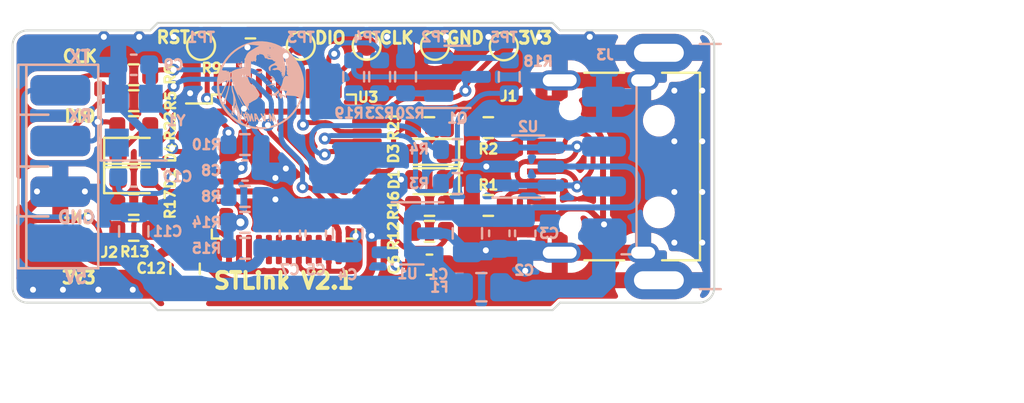
<source format=kicad_pcb>
(kicad_pcb (version 20211014) (generator pcbnew)
  (layers (0 "F.Cu" signal) (31 "B.Cu" signal) (34 "B.Paste" user) (35 "F.Paste" user) (36 "B.SilkS" user "B.Silkscreen") (37 "F.SilkS" user "F.Silkscreen") (38 "B.Mask" user) (39 "F.Mask" user) (44 "Edge.Cuts" user))
  (net 0 "")
  (net 1 "GND")
  (net 2 "+5V")
  (net 3 "+3.3V")
  (net 4 "Net-(C6-Pad1)")
  (net 5 "Net-(C8-Pad2)")
  (net 6 "Net-(C9-Pad2)")
  (net 7 "Net-(C10-Pad2)")
  (net 8 "Net-(D1-Pad1)")
  (net 9 "Net-(D2-Pad1)")
  (net 10 "Net-(D3-Pad2)")
  (net 11 "Net-(D4-Pad1)")
  (net 12 "/VBUS")
  (net 13 "Net-(J1-PadA5)")
  (net 14 "/D-")
  (net 15 "/D+")
  (net 17 "Net-(J1-PadB5)")
  (net 19 "ST_RX")
  (net 20 "ST_TX")
  (net 21 "Net-(Q1-Pad1)")
  (net 22 "Net-(Q1-Pad2)")
  (net 23 "USB_DP")
  (net 24 "USB_DM")
  (net 25 "O_SWDIO")
  (net 26 "O_SWCLK")
  (net 27 "Net-(R9-Pad2)")
  (net 28 "Net-(R10-Pad2)")
  (net 29 "Net-(R12-Pad2)")
  (net 30 "Net-(R13-Pad1)")
  (net 31 "AIN")
  (net 32 "ST_LED")
  (net 33 "USB_RENUM")
  (net 46 "I_SWDIO")
  (net 47 "I_SWCLK")
  (net 57 "Net-(J2-Pad3)")
  (net 58 "Net-(J2-Pad4)")
  (footprint "Resistor_SMD:R_0603_1608Metric" (layer "F.Cu") (at 209.15 91.35 180)
    (fp_text reference "R2")
    (fp_text value "5k6")
  )
  (footprint "TestPoint:TestPoint_Pad_D1.0mm" (layer "F.Cu") (at 199.75 87.25)
    (fp_text reference "TP3")
    (fp_text value "DIO")
  )
  (footprint "Resistor_SMD:R_0603_1608Metric" (layer "F.Cu") (at 191.375 96.5 180)
    (fp_text reference "R13")
    (fp_text value "100")
  )
  (footprint "Resistor_SMD:R_0603_1608Metric" (layer "F.Cu") (at 191.375 91.3)
    (fp_text reference "R22")
    (fp_text value "100")
  )
  (footprint "Resistor_SMD:R_0603_1608Metric" (layer "F.Cu") (at 206.2 91.35)
    (fp_text reference "R21")
    (fp_text value "100")
  )
  (footprint "Resistor_SMD:R_0603_1608Metric" (layer "F.Cu") (at 191.375 95.2 180)
    (fp_text reference "R17")
    (fp_text value "100")
  )
  (footprint "TestPoint:TestPoint_Pad_D1.0mm" (layer "F.Cu") (at 203.05 87.25)
    (fp_text reference "TP4")
    (fp_text value "CLK")
  )
  (footprint "TestPoint:TestPoint_Pad_D1.0mm" (layer "F.Cu") (at 209.925 87.275)
    (fp_text reference "TP5")
    (fp_text value "3V3")
  )
  (footprint "Resistor_SMD:R_0603_1608Metric" (layer "F.Cu") (at 206.2 95.25)
    (fp_text reference "R16")
    (fp_text value "100")
  )
  (footprint "LED_SMD:LED_0603_1608Metric" (layer "F.Cu") (at 191.375 92.6)
    (fp_text reference "D4")
    (fp_text value "Rx")
  )
  (footprint "Conn_Horizontal_2Layer:Conn_02x04_Horizontal_2Layer" (layer "F.Cu") (at 186.3425 93.3 180)
    (fp_text reference "J2")
    (fp_text value "SWD")
  )
  (footprint "LED_SMD:LED_0603_1608Metric" (layer "F.Cu") (at 191.375 93.9)
    (fp_text reference "D2")
    (fp_text value "Tx")
  )
  (footprint "Resistor_SMD:R_0603_1608Metric" (layer "F.Cu") (at 197.225 87.4)
    (fp_text reference "R9")
    (fp_text value "10k")
  )
  (footprint "TestPoint:TestPoint_Pad_D1.0mm" (layer "F.Cu") (at 206.475 87.25)
    (fp_text reference "TP2")
    (fp_text value "GND")
  )
  (footprint "Package_QFP:LQFP-48_7x7mm_P0.5mm" (layer "F.Cu") (at 198.9 93.3)
    (fp_text reference "U3")
    (fp_text value "STM32F103CBTx")
  )
  (footprint "Capacitor_SMD:C_0805_2012Metric" (layer "F.Cu") (at 193.95 98.425 90)
    (fp_text reference "C12")
    (fp_text value "10uF")
  )
  (footprint "Resistor_SMD:R_0603_1608Metric" (layer "F.Cu") (at 206.2 96.55)
    (fp_text reference "R12")
    (fp_text value "100")
  )
  (footprint "LED_SMD:LED_0603_1608Metric" (layer "F.Cu") (at 206.2 92.65 180)
    (fp_text reference "D3")
    (fp_text value "LED")
  )
  (footprint "Capacitor_SMD:C_0603_1608Metric" (layer "F.Cu") (at 206.2 98.225)
    (fp_text reference "C6")
    (fp_text value "22nF")
  )
  (footprint "Resistor_SMD:R_0603_1608Metric" (layer "F.Cu") (at 209.15 95.25 180)
    (fp_text reference "R1")
    (fp_text value "5k6")
  )
  (footprint "TestPoint:TestPoint_Pad_D1.0mm" (layer "F.Cu") (at 194.75 87.25)
    (fp_text reference "TP1")
    (fp_text value "RST")
  )
  (footprint "LED_SMD:LED_0603_1608Metric" (layer "F.Cu") (at 206.2 93.95 180)
    (fp_text reference "D1")
    (fp_text value "LED")
  )
  (footprint "Connector_USB:USB_C_Receptacle_HRO_TYPE-C-31-M-12" (layer "F.Cu") (at 215.86 93.3 90)
    (fp_text reference "J1")
    (fp_text value "USB_C_USB2.0")
  )
  (footprint "Resistor_SMD:R_0603_1608Metric" (layer "F.Cu") (at 191.375 90 180)
    (fp_text reference "R5")
    (fp_text value "100")
  )
  (footprint "Resistor_SMD:R_0603_1608Metric" (layer "F.Cu") (at 191.375 88.7 180)
    (fp_text reference "R6")
    (fp_text value "100")
  )
  (footprint "Resistor_SMD:R_0603_1608Metric" (layer "B.Cu") (at 203.7 88.8 90)
    (fp_text reference "R23")
    (fp_text value "100")
  )
  (footprint "Capacitor_SMD:C_0603_1608Metric" (layer "B.Cu") (at 191.375 93.8 180)
    (fp_text reference "C10")
    (fp_text value "22pF")
  )
  (footprint "Fuse:Fuse_0805_2012Metric" (layer "B.Cu") (at 208.8 99.35 180)
    (fp_text reference "F1")
    (fp_text value "Fuse")
  )
  (footprint "Capacitor_SMD:C_0805_2012Metric" (layer "B.Cu") (at 191.375 96.55 -90)
    (fp_text reference "C11")
    (fp_text value "10uF")
  )
  (footprint "Capacitor_SMD:C_0603_1608Metric" (layer "B.Cu") (at 196.95 93.5 180)
    (fp_text reference "C8")
    (fp_text value "100nF")
  )
  (footprint "Resistor_SMD:R_0603_1608Metric" (layer "B.Cu") (at 207.6 94.15 180)
    (fp_text reference "R3")
    (fp_text value "22")
  )
  (footprint "Capacitor_SMD:C_0805_2012Metric" (layer "B.Cu") (at 208.1 96.65 90)
    (fp_text reference "C1")
    (fp_text value "10uF")
  )
  (footprint "Package_TO_SOT_SMD:SOT-23-5" (layer "B.Cu") (at 205.1 96.65 180)
    (fp_text reference "U1")
    (fp_text value "RT9193-18GB")
  )
  (footprint "Crystal:Crystal_SMD_3225-4Pin_3.2x2.5mm" (layer "B.Cu") (at 191.375 91 90)
    (fp_text reference "Y1")
    (fp_text value "8MHz")
  )
  (footprint "Capacitor_SMD:C_0603_1608Metric" (layer "B.Cu") (at 209.7 96.65 90)
    (fp_text reference "C2")
    (fp_text value "1uF")
  )
  (footprint "Resistor_SMD:R_0603_1608Metric" (layer "B.Cu") (at 202.4 88.8 90)
    (fp_text reference "R19")
    (fp_text value "10k")
  )
  (footprint "Capacitor_SMD:C_0603_1608Metric" (layer "B.Cu") (at 211 96.65 90)
    (fp_text reference "C3")
    (fp_text value "100nF")
  )
  (footprint "Package_TO_SOT_SMD:SOT-23" (layer "B.Cu") (at 207.6 88.805)
    (fp_text reference "Q1")
    (fp_text value "S8050")
  )
  (footprint "Capacitor_SMD:C_0603_1608Metric" (layer "B.Cu") (at 191.375 88.2)
    (fp_text reference "C9")
    (fp_text value "22pF")
  )
  (footprint "USB_TypeA_Male_SMD:USB_TypeA_Male_SMD" (layer "B.Cu") (at 220.8 93.3)
    (fp_text reference "J3")
    (fp_text value "USB_A")
  )
  (footprint "Resistor_SMD:R_0603_1608Metric" (layer "B.Cu") (at 205 88.8 -90)
    (fp_text reference "R20")
    (fp_text value "39k")
  )
  (footprint "Resistor_SMD:R_0603_1608Metric" (layer "B.Cu") (at 196.95 94.8 180)
    (fp_text reference "R8")
    (fp_text value "10k")
  )
  (footprint "Resistor_SMD:R_0603_1608Metric" (layer "B.Cu") (at 196.95 97.4 180)
    (fp_text reference "R15")
    (fp_text value "4k7")
  )
  (footprint "Resistor_SMD:R_0603_1608Metric" (layer "B.Cu") (at 196.95 96.1)
    (fp_text reference "R14")
    (fp_text value "4k7")
  )
  (footprint "Package_TO_SOT_SMD:SOT-23-6" (layer "B.Cu") (at 211.15 93.3)
    (fp_text reference "U2")
    (fp_text value "USBLC6-2SC6")
  )
  (footprint "Resistor_SMD:R_0603_1608Metric" (layer "B.Cu") (at 210.2 88.805 90)
    (fp_text reference "R18")
    (fp_text value "1k5")
  )
  (footprint "Image:MVA_Bmpx10" (layer "B.Cu") (at 196.813205 88.593473 180)
    (fp_text reference " ")
    (fp_text value "LOGO" hide)
  )
  (footprint "Capacitor_SMD:C_0805_2012Metric" (layer "B.Cu") (at 202.1 96.65 90)
    (fp_text reference "C4")
    (fp_text value "10uF")
  )
  (footprint "Capacitor_SMD:C_0603_1608Metric" (layer "B.Cu") (at 199.2 96.65 90)
    (fp_text reference "C7")
    (fp_text value "100nF")
  )
  (footprint "Resistor_SMD:R_0603_1608Metric" (layer "B.Cu") (at 196.95 92.2 180)
    (fp_text reference "R10")
    (fp_text value "10k")
  )
  (footprint "Capacitor_SMD:C_0603_1608Metric" (layer "B.Cu") (at 200.5 96.65 90)
    (fp_text reference "C5")
    (fp_text value "1uF")
  )
  (footprint "Resistor_SMD:R_0603_1608Metric" (layer "B.Cu") (at 207.6 92.45 180)
    (fp_text reference "R4")
    (fp_text value "22")
  )
  (gr_line (start 192.575 100.5) (end 212.375 100.5) (layer "Edge.Cuts") (width 0.1))
  (gr_line (start 186.05 100.125) (end 192.2 100.125) (layer "Edge.Cuts") (width 0.1))
  (gr_arc (start 220.475 99.375) (mid 220.25533 99.90533) (end 219.725 100.125) (layer "Edge.Cuts") (width 0.1))
  (gr_line (start 219.725 86.475) (end 212.75 86.475) (layer "Edge.Cuts") (width 0.1))
  (gr_arc (start 185.3 87.225) (mid 185.51967 86.69467) (end 186.05 86.475) (layer "Edge.Cuts") (width 0.1))
  (gr_arc (start 219.725 86.475) (mid 220.25533 86.69467) (end 220.475 87.225) (layer "Edge.Cuts") (width 0.1))
  (gr_line (start 192.575 86.1) (end 192.2 86.475) (layer "Edge.Cuts") (width 0.1))
  (gr_line (start 186.05 86.475) (end 192.2 86.475) (layer "Edge.Cuts") (width 0.1))
  (gr_arc (start 186.05 100.125) (mid 185.51967 99.90533) (end 185.3 99.375) (layer "Edge.Cuts") (width 0.1))
  (gr_line (start 219.725 100.125) (end 212.75 100.125) (layer "Edge.Cuts") (width 0.1))
  (gr_line (start 185.3 87.225) (end 185.3 99.375) (layer "Edge.Cuts") (width 0.1))
  (gr_line (start 192.2 100.125) (end 192.575 100.5) (layer "Edge.Cuts") (width 0.1))
  (gr_line (start 220.475 87.225) (end 220.475 99.375) (layer "Edge.Cuts") (width 0.1))
  (gr_line (start 192.575 86.1) (end 212.375 86.1) (layer "Edge.Cuts") (width 0.1))
  (gr_line (start 212.75 100.125) (end 212.375 100.5) (layer "Edge.Cuts") (width 0.1))
  (gr_line (start 212.75 86.475) (end 212.375 86.1) (layer "Edge.Cuts") (width 0.1))
  (gr_text "5V" (at 188.475 98.85) (layer "B.SilkS") (effects (font (size 0.6 0.6)) (justify mirror)))
  (gr_text "TX" (at 188.675 87.8) (layer "B.SilkS") (effects (font (size 0.6 0.6)) (justify mirror)))
  (gr_text "GND" (at 188.5 95.85) (layer "B.SilkS") (effects (font (size 0.6 0.6)) (justify mirror)))
  (gr_text "RX" (at 188.675 90.775) (layer "B.SilkS") (effects (font (size 0.6 0.6)) (justify mirror)))
  (gr_text "CLK" (at 188.675 87.775) (layer "F.SilkS") (effects (font (size 0.6 0.6))))
  (gr_text "STLink V2.1" (at 198.9 99.025) (layer "F.SilkS") (effects (font (size 0.8 0.8) (thickness 0.2))))
  (gr_text "3V3" (at 188.625 98.875) (layer "F.SilkS") (effects (font (size 0.6 0.6))))
  (gr_text "RST" (at 193.35 86.825) (layer "F.SilkS") (effects (font (size 0.6 0.6))))
  (gr_text "GND" (at 208 86.85) (layer "F.SilkS") (effects (font (size 0.6 0.6))))
  (gr_text "DIO" (at 201.225 86.85) (layer "F.SilkS") (effects (font (size 0.6 0.6))))
  (gr_text "CLK" (at 204.55 86.85) (layer "F.SilkS") (effects (font (size 0.6 0.6))))
  (gr_text "GND" (at 188.5 95.85) (layer "F.SilkS") (effects (font (size 0.6 0.6))))
  (gr_text "DIO" (at 188.675 90.775) (layer "F.SilkS") (effects (font (size 0.6 0.6))))
  (gr_text "3V3" (at 211.5 86.85) (layer "F.SilkS") (effects (font (size 0.6 0.6))))
  (segment (start 201.1 98.55) (end 202.15 98.55) (width 0.25) (layer "F.Cu") (net 1))
  (segment (start 201.15 97.4625) (end 201.15 98.5) (width 0.25) (layer "F.Cu") (net 1))
  (segment (start 196.65 89.1375) (end 196.65 87.575) (width 0.25) (layer "F.Cu") (net 1))
  (segment (start 197.075 87.325) (end 196.435355 87.325) (width 0.5) (layer "F.Cu") (net 1))
  (segment (start 200.075 98.55) (end 201.1 98.55) (width 0.25) (layer "F.Cu") (net 1))
  (segment (start 196.472248 87.327752) (end 196.4 87.4) (width 0.25) (layer "F.Cu") (net 1))
  (segment (start 194.7375 94.05) (end 198.052513 94.05) (width 0.25) (layer "F.Cu") (net 1))
  (segment (start 196.500979 87.327752) (end 196.472248 87.327752) (width 0.25) (layer "F.Cu") (net 1))
  (segment (start 205.162132 90.4) (end 207.375 90.4) (width 0.25) (layer "F.Cu") (net 1))
  (segment (start 202.5 98.2) (end 202.5 96.775) (width 0.25) (layer "F.Cu") (net 1))
  (segment (start 196.4 87.344639) (end 196.4 87.4) (width 0.5) (layer "F.Cu") (net 1))
  (segment (start 199.65 97.4625) (end 199.65 98.125) (width 0.25) (layer "F.Cu") (net 1))
  (segment (start 186.94 94.56) (end 185.7425 95.7575) (width 0.5) (layer "F.Cu") (net 1))
  (segment (start 204.5 90.85) (end 204.8 90.55) (width 0.25) (layer "F.Cu") (net 1))
  (segment (start 196.418064 87.326575) (end 196.4 87.344639) (width 0.5) (layer "F.Cu") (net 1))
  (segment (start 203.0625 91.05) (end 204.017158 91.05) (width 0.25) (layer "F.Cu") (net 1))
  (segment (start 187.6925 94.56) (end 186.94 94.56) (width 0.5) (layer "F.Cu") (net 1))
  (segment (start 196.65 89.1375) (end 196.65 89.796447) (width 0.25) (layer "F.Cu") (net 1))
  (segment (start 185.7425 95.7575) (end 185.7425 98.8925) (width 0.5) (layer "F.Cu") (net 1))
  (via (at 194.2 89.625) (size 0.6) (drill 0.3) (layers "F.Cu" "B.Cu") (net 1))
  (via (at 189.875 86.8) (size 0.6) (drill 0.3) (layers "F.Cu" "B.Cu") (net 1))
  (via (at 191.65 86.8) (size 0.6) (drill 0.3) (layers "F.Cu" "B.Cu") (net 1))
  (via (at 211.695 86.8) (size 0.6) (drill 0.3) (layers "F.Cu" "B.Cu") (net 1))
  (via (at 207.025 86.8) (size 0.6) (drill 0.3) (layers "F.Cu" "B.Cu") (net 1))
  (via (at 186.525 94.55) (size 0.6) (drill 0.3) (layers "F.Cu" "B.Cu") (net 1))
  (via (at 188.925 94.55) (size 0.6) (drill 0.3) (layers "F.Cu" "B.Cu") (net 1))
  (via (at 218.475 89.495) (size 0.6) (drill 0.3) (layers "F.Cu" "B.Cu") (net 1))
  (via (at 211 98.525) (size 0.6) (drill 0.3) (layers "F.Cu" "B.Cu") (net 1))
  (via (at 187.825 99.475) (size 0.6) (drill 0.3) (layers "F.Cu" "B.Cu") (net 1))
  (via (at 197.075 87.325) (size 0.6) (drill 0.3) (layers "F.Cu" "B.Cu") (net 1))
  (via (at 209.025 97.5) (size 0.6) (drill 0.3) (layers "F.Cu" "B.Cu") (net 1))
  (via (at 191.325 99.475) (size 0.6) (drill 0.3) (layers "F.Cu" "B.Cu") (net 1))
  (via (at 209.05 93.3) (size 0.6) (drill 0.3) (layers "F.Cu" "B.Cu") (net 1))
  (via (at 218.475 94.575) (size 0.6) (drill 0.3) (layers "F.Cu" "B.Cu") (net 1))
  (via (at 193.375 86.8) (size 0.6) (drill 0.3) (layers "F.Cu" "B.Cu") (net 1))
  (via (at 219.875 97.115) (size 0.6) (drill 0.3) (layers "F.Cu" "B.Cu") (net 1))
  (via (at 202.5 96.775) (size 0.6) (drill 0.3) (layers "F.Cu" "B.Cu") (net 1))
  (via (at 196.9 90.4) (size 0.6) (drill 0.3) (layers "F.Cu" "B.Cu") (net 1))
  (via (at 218.475 92.035) (size 0.6) (drill 0.3) (layers "F.Cu" "B.Cu") (net 1))
  (via (at 186.325 99.475) (size 0.6) (drill 0.3) (layers "F.Cu" "B.Cu") (net 1))
  (via (at 218.475 97.115) (size 0.6) (drill 0.3) (layers "F.Cu" "B.Cu") (net 1))
  (via (at 214.235 86.8) (size 0.6) (drill 0.3) (layers "F.Cu" "B.Cu") (net 1))
  (via (at 199 93.4) (size 0.6) (drill 0.3) (layers "F.Cu" "B.Cu") (net 1))
  (via (at 209.155 86.8) (size 0.6) (drill 0.3) (layers "F.Cu" "B.Cu") (net 1))
  (via (at 189.6 99.475) (size 0.6) (drill 0.3) (layers "F.Cu" "B.Cu") (net 1))
  (via (at 219.875 92.035) (size 0.6) (drill 0.3) (layers "F.Cu" "B.Cu") (net 1))
  (via (at 204.075 86.8) (size 0.6) (drill 0.3) (layers "F.Cu" "B.Cu") (net 1))
  (via (at 198.475 93.875) (size 0.6) (drill 0.3) (layers "F.Cu" "B.Cu") (net 1))
  (via (at 219.875 94.575) (size 0.6) (drill 0.3) (layers "F.Cu" "B.Cu") (net 1))
  (via (at 219.875 89.495) (size 0.6) (drill 0.3) (layers "F.Cu" "B.Cu") (net 1))
  (arc (start 196.65 89.796447) (mid 196.714973 90.123087) (end 196.9 90.4) (width 0.25) (layer "F.Cu") (net 1))
  (arc (start 202.15 98.55) (mid 202.397487 98.447487) (end 202.5 98.2) (width 0.25) (layer "F.Cu") (net 1))
  (arc (start 196.435355 87.325) (mid 196.42699 87.324585) (end 196.418064 87.326575) (width 0.5) (layer "F.Cu") (net 1))
  (arc (start 185.7425 98.8925) (mid 185.91311 99.30439) (end 186.325 99.475) (width 0.5) (layer "F.Cu") (net 1))
  (arc (start 204.017158 91.05) (mid 204.27847 90.998021) (end 204.5 90.85) (width 0.25) (layer "F.Cu") (net 1))
  (arc (start 196.65 87.575) (mid 196.609476 87.431313) (end 196.500979 87.327752) (width 0.25) (layer "F.Cu") (net 1))
  (arc (start 204.8 90.55) (mid 204.966147 90.438984) (end 205.162132 90.4) (width 0.25) (layer "F.Cu") (net 1))
  (arc (start 207.375 90.4) (mid 208.046751 90.678249) (end 208.325 91.35) (width 0.25) (layer "F.Cu") (net 1))
  (arc (start 201.1 98.55) (mid 201.135355 98.535355) (end 201.15 98.5) (width 0.25) (layer "F.Cu") (net 1))
  (arc (start 198.052513 94.05) (mid 198.281161 94.004519) (end 198.475 93.875) (width 0.25) (layer "F.Cu") (net 1))
  (arc (start 199.65 98.125) (mid 199.77448 98.42552) (end 200.075 98.55) (width 0.25) (layer "F.Cu") (net 1))
  (segment (start 194.075 93.775) (end 194.075 94.025) (width 0.5) (layer "B.Cu") (net 1))
  (segment (start 192.5 95.6) (end 191.375 95.6) (width 0.5) (layer "B.Cu") (net 1))
  (segment (start 190.701777 90.326776) (end 191.425 91.05) (width 0.4) (layer "B.Cu") (net 1))
  (segment (start 192.25 93.125) (end 193.425 93.125) (width 0.5) (layer "B.Cu") (net 1))
  (segment (start 192.225 93.1) (end 192.25 93.125) (width 0.5) (layer "B.Cu") (net 1))
  (segment (start 192.225 92.1) (end 192.225 93.1) (width 0.5) (layer "B.Cu") (net 1))
  (segment (start 210.0125 93.3) (end 209.05 93.3) (width 0.5) (layer "B.Cu") (net 1))
  (segment (start 197.725 93.5) (end 197.725 92.32071) (width 0.5) (layer "B.Cu") (net 1))
  (segment (start 206.2375 96.65) (end 206.882075 96.65) (width 0.5) (layer "B.Cu") (net 1))
  (segment (start 189.95 95.225) (end 189.7125 94.9875) (width 0.5) (layer "B.Cu") (net 1))
  (segment (start 202.5 97.382296) (end 202.25394 97.628356) (width 0.25) (layer "B.Cu") (net 1))
  (segment (start 196.9 90.4) (end 197.118413 90.618413) (width 0.25) (layer "B.Cu") (net 1))
  (segment (start 192.225 93.1) (end 192.225 93.618934) (width 0.5) (layer "B.Cu") (net 1))
  (segment (start 190.6 89.718934) (end 190.6 88.2) (width 0.5) (layer "B.Cu") (net 1))
  (segment (start 199.2 97.425) (end 200.5 97.425) (width 0.5) (layer "B.Cu") (net 1))
  (segment (start 211 97.425) (end 209.7 97.425) (width 0.5) (layer "B.Cu") (net 1))
  (segment (start 209.7 97.425) (end 208.522487 97.425) (width 0.5) (layer "B.Cu") (net 1))
  (segment (start 197.527513 91.602512) (end 197.525 91.6) (width 0.25) (layer "B.Cu") (net 1))
  (segment (start 197.775 97.4) (end 199.139645 97.4) (width 0.5) (layer "B.Cu") (net 1))
  (segment (start 207.339451 96.839451) (end 208.1 97.6) (width 0.5) (layer "B.Cu") (net 1))
  (segment (start 188.680424 94.56) (end 187.6925 94.56) (width 0.5) (layer "B.Cu") (net 1))
  (segment (start 197.775 97.4) (end 197.775 97.45) (width 0.5) (layer "B.Cu") (net 1))
  (segment (start 196.85 98.375) (end 195.398007 98.375) (width 0.5) (layer "B.Cu") (net 1))
  (segment (start 191.425 91.05) (end 192.048223 91.673223) (width 0.4) (layer "B.Cu") (net 1))
  (segment (start 194.4625 97.9875) (end 192.075 95.6) (width 0.5) (layer "B.Cu") (net 1))
  (segment (start 192.075 95.6) (end 191.375 95.6) (width 0.5) (layer "B.Cu") (net 1))
  (segment (start 197.725 93.5) (end 197.834835 93.609835) (width 0.5) (layer "B.Cu") (net 1))
  (segment (start 202.5 96.775) (end 202.5 97.382296) (width 0.25) (layer "B.Cu") (net 1))
  (segment (start 200.5 97.425) (end 201.677513 97.425) (width 0.5) (layer "B.Cu") (net 1))
  (segment (start 190.85533 95.6) (end 191.375 95.6) (width 0.5) (layer "B.Cu") (net 1))
  (arc (start 192.048223 91.673223) (mid 192.179057 91.86903) (end 192.225 92.1) (width 0.4) (layer "B.Cu") (net 1))
  (arc (start 194.075 94.025) (mid 193.613693 95.138693) (end 192.5 95.6) (width 0.5) (layer "B.Cu") (net 1))
  (arc (start 208.522487 97.425) (mid 208.293839 97.470481) (end 208.1 97.6) (width 0.5) (layer "B.Cu") (net 1))
  (arc (start 199.139645 97.4) (mid 199.172308 97.406498) (end 199.2 97.425) (width 0.5) (layer "B.Cu") (net 1))
  (arc (start 201.677513 97.425) (mid 201.906161 97.470481) (end 202.1 97.6) (width 0.5) (layer "B.Cu") (net 1))
  (arc (start 197.834835 93.609835) (mid 198.128546 93.806085) (end 198.475 93.875) (width 0.5) (layer "B.Cu") (net 1))
  (arc (start 190.525 89.9) (mid 190.570943 90.13097) (end 190.701777 90.326776) (width 0.4) (layer "B.Cu") (net 1))
  (arc (start 195.398007 98.375) (mid 194.891714 98.274292) (end 194.4625 97.9875) (width 0.5) (layer "B.Cu") (net 1))
  (arc (start 202.25394 97.628356) (mid 202.178036 97.607686) (end 202.1 97.6) (width 0.25) (layer "B.Cu") (net 1))
  (arc (start 197.775 92.2) (mid 197.71068 91.876642) (end 197.527513 91.602512) (width 0.25) (layer "B.Cu") (net 1))
  (arc (start 189.95 95.225) (mid 190.365369 95.502541) (end 190.85533 95.6) (width 0.5) (layer "B.Cu") (net 1))
  (arc (start 193.425 93.125) (mid 193.884619 93.315381) (end 194.075 93.775) (width 0.5) (layer "B.Cu") (net 1))
  (arc (start 197.775 97.45) (mid 197.504074 98.104074) (end 196.85 98.375) (width 0.5) (layer "B.Cu") (net 1))
  (arc (start 190.525 89.9) (mid 190.580509 89.816926) (end 190.6 89.718934) (width 0.5) (layer "B.Cu") (net 1))
  (arc (start 189.7125 94.9875) (mid 189.23898 94.671103) (end 188.680424 94.56) (width 0.5) (layer "B.Cu") (net 1))
  (arc (start 197.725 92.32071) (mid 197.737994 92.255382) (end 197.775 92.2) (width 0.5) (layer "B.Cu") (net 1))
  (arc (start 192.225 93.618934) (mid 192.205508 93.716926) (end 192.15 93.8) (width 0.5) (layer "B.Cu") (net 1))
  (arc (start 197.525 91.6) (mid 197.413983 91.433853) (end 197.375 91.237868) (width 0.25) (layer "B.Cu") (net 1))
  (arc (start 206.882075 96.65) (mid 207.129605 96.699237) (end 207.339451 96.839451) (width 0.5) (layer "B.Cu") (net 1))
  (arc (start 197.118413 90.618413) (mid 197.308315 90.902621) (end 197.375 91.237868) (width 0.25) (layer "B.Cu") (net 1))
  (segment (start 205.625 99.35) (end 193.224997 99.35) (width 0.5) (layer "B.Cu") (net 2))
  (segment (start 205.4 95.7) (end 206.2375 95.7) (width 0.4) (layer "B.Cu") (net 2))
  (segment (start 205.1 97.25) (end 205.1 96) (width 0.4) (layer "B.Cu") (net 2))
  (segment (start 206.825 99.35) (end 206.225 99.35) (width 0.5) (layer "B.Cu") (net 2))
  (segment (start 209.7 95.875) (end 211 95.875) (width 0.5) (layer "B.Cu") (net 2))
  (segment (start 209.7 95.875) (end 208.522487 95.875) (width 0.5) (layer "B.Cu") (net 2))
  (segment (start 206.225 99.35) (end 205.625 99.35) (width 0.5) (layer "B.Cu") (net 2))
  (segment (start 207.8625 99.35) (end 206.825 99.35) (width 0.5) (layer "B.Cu") (net 2))
  (segment (start 206.2375 97.6) (end 206.2375 98.7125) (width 0.5) (layer "B.Cu") (net 2))
  (segment (start 212.2875 93.3) (end 215.95 93.3) (width 0.3) (layer "B.Cu") (net 2))
  (segment (start 216.65 94.5) (end 216.65 94.8) (width 0.3) (layer "B.Cu") (net 2))
  (segment (start 206.2375 97.6) (end 205.45 97.6) (width 0.4) (layer "B.Cu") (net 2))
  (segment (start 216.1 95.35) (end 211.525 95.35) (width 0.3) (layer "B.Cu") (net 2))
  (segment (start 216.65 94) (end 216.65 94.5) (width 0.3) (layer "B.Cu") (net 2))
  (segment (start 206.2375 98.7125) (end 206.2375 99.319823) (width 0.5) (layer "B.Cu") (net 2))
  (segment (start 191.375 97.5) (end 188.658185 97.5) (width 0.5) (layer "B.Cu") (net 2))
  (segment (start 206.2375 98.7125) (end 206.2375 98.7625) (width 0.5) (layer "B.Cu") (net 2))
  (segment (start 206.2375 98.7125) (end 206.2375 98.7375) (width 0.5) (layer "B.Cu") (net 2))
  (segment (start 206.2375 95.7) (end 208.1 95.7) (width 0.5) (layer "B.Cu") (net 2))
  (arc (start 206.2375 98.7625) (mid 206.409575 99.177925) (end 206.825 99.35) (width 0.5) (layer "B.Cu") (net 2))
  (arc (start 216.65 94.8) (mid 216.488909 95.188909) (end 216.1 95.35) (width 0.3) (layer "B.Cu") (net 2))
  (arc (start 208.522487 95.875) (mid 208.293839 95.829519) (end 208.1 95.7) (width 0.5) (layer "B.Cu") (net 2))
  (arc (start 188.658185 97.5) (mid 188.13556 97.396043) (end 187.6925 97.1) (width 0.5) (layer "B.Cu") (net 2))
  (arc (start 211.525 95.35) (mid 211.153769 95.503769) (end 211 95.875) (width 0.3) (layer "B.Cu") (net 2))
  (arc (start 206.2375 99.319823) (mid 206.234251 99.336155) (end 206.225 99.35) (width 0.5) (layer "B.Cu") (net 2))
  (arc (start 193.224997 99.35) (mid 191.916852 98.808148) (end 191.375 97.5) (width 0.5) (layer "B.Cu") (net 2))
  (arc (start 205.45 97.6) (mid 205.202513 97.497487) (end 205.1 97.25) (width 0.4) (layer "B.Cu") (net 2))
  (arc (start 205.1 96) (mid 205.187868 95.787868) (end 205.4 95.7) (width 0.4) (layer "B.Cu") (net 2))
  (arc (start 206.2375 98.7375) (mid 206.058103 99.170603) (end 205.625 99.35) (width 0.5) (layer "B.Cu") (net 2))
  (arc (start 215.95 93.3) (mid 216.444975 93.505025) (end 216.65 94) (width 0.3) (layer "B.Cu") (net 2))
  (segment (start 193.313908 97.475) (end 193.95 97.475) (width 0.5) (layer "F.Cu") (net 3))
  (segment (start 205.4125 93.95) (end 204.7745 93.95) (width 0.25) (layer "F.Cu") (net 3))
  (segment (start 192.60625 94.34375) (end 192.1625 93.9) (width 0.25) (layer "F.Cu") (net 3))
  (segment (start 198.410875 94.885876) (end 198.475 94.95) (width 0.3) (layer "F.Cu") (net 3))
  (segment (start 191.986092 98.025) (end 189.721231 98.025) (width 0.5) (layer "F.Cu") (net 3))
  (segment (start 195.5875 98.7125) (end 194.35 97.475) (width 0.5) (layer "F.Cu") (net 3))
  (segment (start 203.0625 90.55) (end 203.958579 90.55) (width 0.25) (layer "F.Cu") (net 3))
  (segment (start 204.2 90.45) (end 204.502512 90.147488) (width 0.25) (layer "F.Cu") (net 3))
  (segment (start 203.3 96.775) (end 203.3 98.125) (width 0.5) (layer "F.Cu") (net 3))
  (segment (start 196.15 89.1375) (end 196.15 90.342158) (width 0.3) (layer "F.Cu") (net 3))
  (segment (start 205.1 89.9) (end 207.034315 89.9) (width 0.25) (layer "F.Cu") (net 3))
  (segment (start 201.509315 96.284314) (end 201.425 96.2) (width 0.3) (layer "F.Cu") (net 3))
  (segment (start 188.425 97.1) (end 187.6925 97.1) (width 0.5) (layer "F.Cu") (net 3))
  (segment (start 198.053553 90.55) (end 203.0625 90.55) (width 0.3) (layer "F.Cu") (net 3))
  (segment (start 192.1625 92.6) (end 192.1625 93.9) (width 0.5) (layer "F.Cu") (net 3))
  (segment (start 194.7375 90.55) (end 195.686092 90.55) (width 0.3) (layer "F.Cu") (net 3))
  (segment (start 201.425 96.2) (end 201.2625 96.0375) (width 0.3) (layer "F.Cu") (net 3))
  (segment (start 198.475 94.95) (end 199.162868 95.637868) (width 0.3) (layer "F.Cu") (net 3))
  (segment (start 194.7375 94.55) (end 197.6 94.55) (width 0.3) (layer "F.Cu") (net 3))
  (segment (start 209.925 87.275) (end 208.212133 88.987867) (width 0.25) (layer "F.Cu") (net 3))
  (segment (start 193.13125 91.63125) (end 192.1625 92.6) (width 0.25) (layer "F.Cu") (net 3))
  (segment (start 189.0875 97.7625) (end 188.425 97.1) (width 0.5) (layer "F.Cu") (net 3))
  (segment (start 193.3 91.223852) (end 193.3 91) (width 0.25) (layer "F.Cu") (net 3))
  (segment (start 194.35 97.475) (end 193.95 97.475) (width 0.5) (layer "F.Cu") (net 3))
  (segment (start 196.35 90.825) (end 196.430545 90.905545) (width 0.3) (layer "F.Cu") (net 3))
  (segment (start 197.326776 90.923223) (end 197.45 90.8) (width 0.3) (layer "F.Cu") (net 3))
  (segment (start 195.65 90.55) (end 194.7375 90.55) (width 0.3) (layer "F.Cu") (net 3))
  (segment (start 199.675 95.85) (end 200.809835 95.85) (width 0.3) (layer "F.Cu") (net 3))
  (segment (start 194.7375 94.55) (end 193.104181 94.55) (width 0.25) (layer "F.Cu") (net 3))
  (segment (start 201.65 97.4625) (end 201.65 96.623959) (width 0.3) (layer "F.Cu") (net 3))
  (segment (start 194.7375 90.55) (end 193.75 90.55) (width 0.25) (layer "F.Cu") (net 3))
  (segment (start 196.15 89.1375) (end 196.15 90.05) (width 0.3) (layer "F.Cu") (net 3))
  (segment (start 202.275 99.15) (end 196.643718 99.15) (width 0.5) (layer "F.Cu") (net 3))
  (via (at 204.7745 93.95) (size 0.6) (drill 0.3) (layers "F.Cu" "B.Cu") (net 3))
  (via (at 203.3 96.775) (size 0.6) (drill 0.3) (layers "F.Cu" "B.Cu") (net 3))
  (via (at 208 89.5) (size 0.6) (drill 0.3) (layers "F.Cu" "B.Cu") (net 3))
  (via (at 198.475 94.95) (size 0.6) (drill 0.3) (layers "F.Cu" "B.Cu") (net 3))
  (arc (start 189.721231 98.025) (mid 189.378258 97.956778) (end 189.0875 97.7625) (width 0.5) (layer "F.Cu") (net 3))
  (arc (start 196.430545 90.905545) (mid 196.645933 91.049463) (end 196.9 91.1) (width 0.3) (layer "F.Cu") (net 3))
  (arc (start 192.65 97.75) (mid 192.345396 97.95353) (end 191.986092 98.025) (width 0.5) (layer "F.Cu") (net 3))
  (arc (start 193.3 91) (mid 193.431802 90.681802) (end 193.75 90.55) (width 0.25) (layer "F.Cu") (net 3))
  (arc (start 201.65 96.623959) (mid 201.613437 96.440145) (end 201.509315 96.284314) (width 0.3) (layer "F.Cu") (net 3))
  (arc (start 196.15 90.05) (mid 196.003553 90.403553) (end 195.65 90.55) (width 0.3) (layer "F.Cu") (net 3))
  (arc (start 196.643718 99.15) (mid 196.072097 99.036297) (end 195.5875 98.7125) (width 0.5) (layer "F.Cu") (net 3))
  (arc (start 207.034315 89.9) (mid 207.55694 89.796043) (end 208 89.5) (width 0.25) (layer "F.Cu") (net 3))
  (arc (start 197.6 94.55) (mid 198.038843 94.637291) (end 198.410875 94.885876) (width 0.3) (layer "F.Cu") (net 3))
  (arc (start 193.3 91.223852) (mid 193.256143 91.444334) (end 193.13125 91.63125) (width 0.25) (layer "F.Cu") (net 3))
  (arc (start 208.212133 88.987867) (mid 208.055132 89.222835) (end 208 89.5) (width 0.25) (layer "F.Cu") (net 3))
  (arc (start 200.809835 95.85) (mid 201.054815 95.89873) (end 201.2625 96.0375) (width 0.3) (layer "F.Cu") (net 3))
  (arc (start 192.65 97.75) (mid 192.954603 97.54647) (end 193.313908 97.475) (width 0.5) (layer "F.Cu") (net 3))
  (arc (start 203.958579 90.55) (mid 204.089235 90.52401) (end 204.2 90.45) (width 0.25) (layer "F.Cu") (net 3))
  (arc (start 195.686092 90.55) (mid 196.045396 90.62147) (end 196.35 90.825) (width 0.3) (layer "F.Cu") (net 3))
  (arc (start 204.502512 90.147488) (mid 204.776641 89.96432) (end 205.1 89.9) (width 0.25) (layer "F.Cu") (net 3))
  (arc (start 193.104181 94.55) (mid 192.834703 94.496397) (end 192.60625 94.34375) (width 0.25) (layer "F.Cu") (net 3))
  (arc (start 196.9 91.1) (mid 197.13097 91.054057) (end 197.326776 90.923223) (width 0.3) (layer "F.Cu") (net 3))
  (arc (start 203.3 98.125) (mid 202.999784 98.849784) (end 202.275 99.15) (width 0.5) (layer "F.Cu") (net 3))
  (arc (start 199.162868 95.637868) (mid 199.397836 95.794868) (end 199.675 95.85) (width 0.3) (layer "F.Cu") (net 3))
  (arc (start 196.15 90.342158) (mid 196.201979 90.60347) (end 196.35 90.825) (width 0.3) (layer "F.Cu") (net 3))
  (arc (start 197.45 90.8) (mid 197.726912 90.614973) (end 198.053553 90.55) (width 0.3) (layer "F.Cu") (net 3))
  (segment (start 203.3 96.775) (end 203.299129 96.774129) (width 0.5) (layer "B.Cu") (net 3))
  (segment (start 197.775 94.8) (end 197.775 96.1) (width 0.5) (layer "B.Cu") (net 3))
  (segment (start 208 89.5) (end 208 89.075251) (width 0.25) (layer "B.Cu") (net 3))
  (segment (start 197.775 94.8) (end 198.325 94.8) (width 0.4) (layer "B.Cu") (net 3))
  (segment (start 202.4 88.45) (end 202.4 87.975) (width 0.25) (layer "B.Cu") (net 3))
  (segment (start 203.299129 96.774129) (end 203.299129 95.828295) (width 0.5) (layer "B.Cu") (net 3))
  (segment (start 203.9625 95.7) (end 202.1 95.7) (width 0.5) (layer "B.Cu") (net 3))
  (segment (start 208.5375 88.805) (end 202.755 88.805) (width 0.25) (layer "B.Cu") (net 3))
  (segment (start 200.5 95.875) (end 201.677513 95.875) (width 0.5) (layer "B.Cu") (net 3))
  (segment (start 204.7745 93.95) (end 204.417285 93.95) (width 0.4) (layer "B.Cu") (net 3))
  (segment (start 203.452603 95.7) (end 203.9625 95.7) (width 0.5) (layer "B.Cu") (net 3))
  (segment (start 208.5375 88.805) (end 208.270251 88.805) (width 0.25) (layer "B.Cu") (net 3))
  (segment (start 203.9625 95.7) (end 203.9625 94.404785) (width 0.4) (layer "B.Cu") (net 3))
  (segment (start 199.2 95.875) (end 198.318198 95.875) (width 0.5) (layer "B.Cu") (net 3))
  (segment (start 199.2 95.875) (end 200.5 95.875) (width 0.5) (layer "B.Cu") (net 3))
  (arc (start 203.299129 95.828295) (mid 203.353494 95.736562) (end 203.452603 95.7) (width 0.5) (layer "B.Cu") (net 3))
  (arc (start 208 89.075251) (mid 208.079155 88.884155) (end 208.270251 88.805) (width 0.25) (layer "B.Cu") (net 3))
  (arc (start 198.318198 95.875) (mid 198.024222 95.933476) (end 197.775 96.1) (width 0.5) (layer "B.Cu") (net 3))
  (arc (start 203.9625 94.404785) (mid 204.095703 94.083203) (end 204.417285 93.95) (width 0.4) (layer "B.Cu") (net 3))
  (arc (start 202.755 88.805) (mid 202.503977 88.701023) (end 202.4 88.45) (width 0.25) (layer "B.Cu") (net 3))
  (arc (start 201.677513 95.875) (mid 201.906161 95.829519) (end 202.1 95.7) (width 0.5) (layer "B.Cu") (net 3))
  (arc (start 198.325 94.8) (mid 198.431066 94.843934) (end 198.475 94.95) (width 0.4) (layer "B.Cu") (net 3))
  (segment (start 204.55 98.225) (end 205.425 98.225) (width 0.3) (layer "F.Cu") (net 4))
  (via (at 204.55 98.225) (size 0.6) (drill 0.3) (layers "F.Cu" "B.Cu") (net 4))
  (segment (start 203.9625 97.6) (end 203.9625 97.6375) (width 0.3) (layer "B.Cu") (net 4))
  (segment (start 203.9625 97.6375) (end 204.55 98.225) (width 0.3) (layer "B.Cu") (net 4))
  (segment (start 196.715145 93.55) (end 194.7375 93.55) (width 0.25) (layer "F.Cu") (net 5))
  (segment (start 196.775 93.507571) (end 196.732197 93.550374) (width 0.25) (layer "F.Cu") (net 5))
  (segment (start 196.775 93.375) (end 196.775 93.507571) (width 0.25) (layer "F.Cu") (net 5))
  (segment (start 195.057626 89.892374) (end 195.05 89.9) (width 0.25) (layer "F.Cu") (net 5))
  (segment (start 195.057626 87.992674) (end 195.057626 89.892374) (width 0.25) (layer "F.Cu") (net 5))
  (via (at 196.775 93.375) (size 0.6) (drill 0.3) (layers "F.Cu" "B.Cu") (net 5))
  (via (at 195.05 89.9) (size 0.6) (drill 0.3) (layers "F.Cu" "B.Cu") (net 5))
  (arc (start 194.75 87.25) (mid 194.977677 87.590742) (end 195.057626 87.992674) (width 0.25) (layer "F.Cu") (net 5))
  (arc (start 196.732197 93.550374) (mid 196.72351 93.549585) (end 196.715145 93.55) (width 0.25) (layer "F.Cu") (net 5))
  (segment (start 195.835959 90.239041) (end 196.719641 91.122724) (width 0.25) (layer "B.Cu") (net 5))
  (segment (start 196.125 94.8) (end 196.125 93.62071) (width 0.5) (layer "B.Cu") (net 5))
  (segment (start 196.95 91.774264) (end 196.95 93.2) (width 0.25) (layer "B.Cu") (net 5))
  (segment (start 196.95 93.2) (end 196.775 93.375) (width 0.25) (layer "B.Cu") (net 5))
  (segment (start 195.835959 90.239041) (end 195.812937 90.216019) (width 0.25) (layer "B.Cu") (net 5))
  (segment (start 196.175 93.5) (end 196.473224 93.5) (width 0.5) (layer "B.Cu") (net 5))
  (arc (start 196.719641 91.122724) (mid 196.890117 91.429205) (end 196.95 91.774264) (width 0.25) (layer "B.Cu") (net 5))
  (arc (start 196.125 93.62071) (mid 196.137994 93.555382) (end 196.175 93.5) (width 0.5) (layer "B.Cu") (net 5))
  (arc (start 196.473224 93.5) (mid 196.636544 93.467513) (end 196.775 93.375) (width 0.5) (layer "B.Cu") (net 5))
  (arc (start 195.812937 90.216019) (mid 195.462899 89.98213) (end 195.05 89.9) (width 0.25) (layer "B.Cu") (net 5))
  (segment (start 194.7375 92.55) (end 193.475 92.55) (width 0.25) (layer "F.Cu") (net 6))
  (via (at 193.3 92.375) (size 0.6) (drill 0.3) (layers "F.Cu" "B.Cu") (net 6))
  (arc (start 193.475 92.55) (mid 193.351256 92.498744) (end 193.3 92.375) (width 0.25) (layer "F.Cu") (net 6))
  (segment (start 192.225 89.9) (end 192.225 88.381066) (width 0.5) (layer "B.Cu") (net 6))
  (segment (start 193.3 92.375) (end 193.3 91.310875) (width 0.25) (layer "B.Cu") (net 6))
  (segment (start 193.0625 90.7375) (end 192.225 89.9) (width 0.25) (layer "B.Cu") (net 6))
  (arc (start 192.225 88.381066) (mid 192.205508 88.283074) (end 192.15 88.2) (width 0.5) (layer "B.Cu") (net 6))
  (arc (start 193.3 91.310875) (mid 193.238276 91.000567) (end 193.0625 90.7375) (width 0.25) (layer "B.Cu") (net 6))
  (segment (start 194.7375 93.05) (end 193.8 93.05) (width 0.25) (layer "F.Cu") (net 7))
  (segment (start 193.3 93.55) (end 193.3 93.877513) (width 0.25) (layer "F.Cu") (net 7))
  (via (at 193.3 93.877513) (size 0.6) (drill 0.3) (layers "F.Cu" "B.Cu") (net 7))
  (arc (start 193.8 93.05) (mid 193.446447 93.196447) (end 193.3 93.55) (width 0.25) (layer "F.Cu") (net 7))
  (segment (start 193.125 94.3) (end 192.969455 94.455545) (width 0.25) (layer "B.Cu") (net 7))
  (segment (start 193.3 93.877513) (end 193.297982 93.879531) (width 0.25) (layer "B.Cu") (net 7))
  (segment (start 193.297982 93.879531) (end 193.297982 93.955908) (width 0.25) (layer "B.Cu") (net 7))
  (segment (start 192.5 94.65) (end 190.95 94.65) (width 0.25) (layer "B.Cu") (net 7))
  (segment (start 190.6 94.3) (end 190.6 93.8) (width 0.25) (layer "B.Cu") (net 7))
  (segment (start 190.525 92.1) (end 190.525 93.618934) (width 0.5) (layer "B.Cu") (net 7))
  (arc (start 192.969455 94.455545) (mid 192.754067 94.599463) (end 192.5 94.65) (width 0.25) (layer "B.Cu") (net 7))
  (arc (start 193.297982 93.955908) (mid 193.238384 94.141775) (end 193.125 94.3) (width 0.25) (layer "B.Cu") (net 7))
  (arc (start 190.525 93.618934) (mid 190.544492 93.716926) (end 190.6 93.8) (width 0.5) (layer "B.Cu") (net 7))
  (arc (start 190.95 94.65) (mid 190.702513 94.547487) (end 190.6 94.3) (width 0.25) (layer "B.Cu") (net 7))
  (segment (start 207.025 95.25) (end 207.025 94.040533) (width 0.25) (layer "F.Cu") (net 8))
  (arc (start 207.025 94.040533) (mid 207.015254 93.991537) (end 206.9875 93.95) (width 0.25) (layer "F.Cu") (net 8))
  (segment (start 190.55 95.2) (end 190.55 93.990533) (width 0.5) (layer "F.Cu") (net 9))
  (arc (start 190.55 93.990533) (mid 190.559746 93.941537) (end 190.5875 93.9) (width 0.5) (layer "F.Cu") (net 9))
  (segment (start 206.896967 91.403033) (end 205.817938 92.482062) (width 0.25) (layer "F.Cu") (net 10))
  (arc (start 205.817938 92.482062) (mid 205.631921 92.606355) (end 205.4125 92.65) (width 0.25) (layer "F.Cu") (net 10))
  (arc (start 207.025 91.35) (mid 206.955709 91.363783) (end 206.896967 91.403033) (width 0.25) (layer "F.Cu") (net 10))
  (segment (start 190.779549 92.52045) (end 191.45 91.85) (width 0.25) (layer "F.Cu") (net 11))
  (segment (start 191.45 91.85) (end 191.858578 91.441422) (width 0.25) (layer "F.Cu") (net 11))
  (arc (start 190.5875 92.6) (mid 190.691436 92.579326) (end 190.779549 92.52045) (width 0.25) (layer "F.Cu") (net 11))
  (arc (start 191.858578 91.441422) (mid 192.015223 91.336755) (end 192.2 91.3) (width 0.25) (layer "F.Cu") (net 11))
  (segment (start 213.18154 95.401731) (end 213.906692 95.401731) (width 0.3) (layer "F.Cu") (net 12))
  (segment (start 213.162132 91.15) (end 213.825736 91.15) (width 0.3) (layer "F.Cu") (net 12))
  (segment (start 211.815 95.75) (end 212.409311 95.75) (width 0.3) (layer "F.Cu") (net 12))
  (segment (start 214.325 95.575) (end 214.95 96.2) (width 0.3) (layer "F.Cu") (net 12))
  (segment (start 211.815 90.85) (end 212.437868 90.85) (width 0.3) (layer "F.Cu") (net 12))
  (segment (start 214.9 92.294974) (end 214.9 96.07929) (width 0.3) (layer "F.Cu") (net 12))
  (via (at 214.95 96.2) (size 0.6) (drill 0.3) (layers "F.Cu" "B.Cu") (net 12))
  (arc (start 212.862347 95.562346) (mid 213.009131 95.457161) (end 213.18154 95.401731) (width 0.3) (layer "F.Cu") (net 12))
  (arc (start 212.409311 95.75) (mid 212.654492 95.70123) (end 212.862347 95.562346) (width 0.3) (layer "F.Cu") (net 12))
  (arc (start 212.8 91) (mid 212.966148 91.111016) (end 213.162132 91.15) (width 0.3) (layer "F.Cu") (net 12))
  (arc (start 214.55 91.45) (mid 214.809041 91.837677) (end 214.9 92.294974) (width 0.3) (layer "F.Cu") (net 12))
  (arc (start 214.9 96.07929) (mid 214.912995 96.144617) (end 214.95 96.2) (width 0.3) (layer "F.Cu") (net 12))
  (arc (start 212.437868 90.85) (mid 212.633852 90.888984) (end 212.8 91) (width 0.3) (layer "F.Cu") (net 12))
  (arc (start 213.906692 95.401731) (mid 214.133078 95.446762) (end 214.325 95.575) (width 0.3) (layer "F.Cu") (net 12))
  (arc (start 213.825736 91.15) (mid 214.217704 91.227968) (end 214.55 91.45) (width 0.3) (layer "F.Cu") (net 12))
  (segment (start 214.95 98.4) (end 214.95 96.8) (width 0.5) (layer "B.Cu") (net 12))
  (segment (start 214.95 96.2) (end 214.95 96.8) (width 0.3) (layer "B.Cu") (net 12))
  (segment (start 209.7375 99.35) (end 214 99.35) (width 0.5) (layer "B.Cu") (net 12))
  (arc (start 214 99.35) (mid 214.671751 99.071751) (end 214.95 98.4) (width 0.5) (layer "B.Cu") (net 12))
  (segment (start 210.009161 94.984509) (end 210.009161 95.215839) (width 0.25) (layer "F.Cu") (net 13))
  (segment (start 210.009161 95.215839) (end 209.975 95.25) (width 0.25) (layer "F.Cu") (net 13))
  (segment (start 211.815 94.55) (end 210.625 94.55) (width 0.25) (layer "F.Cu") (net 13))
  (arc (start 210.625 94.55) (mid 210.248864 94.669886) (end 210.009161 94.984509) (width 0.25) (layer "F.Cu") (net 13))
  (segment (start 213.6 94.3) (end 214.1 93.8) (width 0.25) (layer "F.Cu") (net 14))
  (segment (start 214.4 93.075736) (end 214.4 92.3) (width 0.25) (layer "F.Cu") (net 14))
  (segment (start 212.65 92.55) (end 211.815 92.55) (width 0.25) (layer "F.Cu") (net 14))
  (segment (start 211.815 93.55) (end 212.85 93.55) (width 0.25) (layer "F.Cu") (net 14))
  (segment (start 213.75 91.65) (end 213.55 91.65) (width 0.25) (layer "F.Cu") (net 14))
  (via (at 213.6 94.3) (size 0.6) (drill 0.3) (layers "F.Cu" "B.Cu") (net 14))
  (arc (start 214.4 92.3) (mid 214.209619 91.840381) (end 213.75 91.65) (width 0.25) (layer "F.Cu") (net 14))
  (arc (start 212.975 92.225) (mid 212.87981 92.45481) (end 212.65 92.55) (width 0.25) (layer "F.Cu") (net 14))
  (arc (start 212.85 93.55) (mid 213.38033 93.76967) (end 213.6 94.3) (width 0.25) (layer "F.Cu") (net 14))
  (arc (start 214.1 93.8) (mid 214.322032 93.467705) (end 214.4 93.075736) (width 0.25) (layer "F.Cu") (net 14))
  (arc (start 213.55 91.65) (mid 213.143414 91.818414) (end 212.975 92.225) (width 0.25) (layer "F.Cu") (net 14))
  (segment (start 212.288461 94.249039) (end 213.560137 94.249039) (width 0.3) (layer "B.Cu") (net 14))
  (segment (start 210.0125 94.25) (end 208.525 94.25) (width 0.3) (layer "B.Cu") (net 14))
  (segment (start 212.2875 94.25) (end 212.288461 94.249039) (width 0.3) (layer "B.Cu") (net 14))
  (segment (start 210.0125 94.25) (end 212.2875 94.25) (width 0.3) (layer "B.Cu") (net 14))
  (segment (start 213.6 94.3) (end 214.95 94.3) (width 0.3) (layer "B.Cu") (net 14))
  (arc (start 213.560137 94.249039) (mid 213.588651 94.26828) (end 213.6 94.3) (width 0.3) (layer "B.Cu") (net 14))
  (arc (start 208.525 94.25) (mid 208.454289 94.220711) (end 208.425 94.15) (width 0.3) (layer "B.Cu") (net 14))
  (segment (start 211.815 93.05) (end 212.85 93.05) (width 0.25) (layer "F.Cu") (net 15))
  (segment (start 211.815 94.05) (end 210.95 94.05) (width 0.25) (layer "F.Cu") (net 15))
  (segment (start 211.815 93.05) (end 211.05 93.05) (width 0.25) (layer "F.Cu") (net 15))
  (segment (start 210.6 93.7) (end 210.6 93.5) (width 0.25) (layer "F.Cu") (net 15))
  (via (at 213.6 92.3) (size 0.6) (drill 0.3) (layers "F.Cu" "B.Cu") (net 15))
  (arc (start 211.05 93.05) (mid 210.731802 93.181802) (end 210.6 93.5) (width 0.25) (layer "F.Cu") (net 15))
  (arc (start 210.95 94.05) (mid 210.702513 93.947487) (end 210.6 93.7) (width 0.25) (layer "F.Cu") (net 15))
  (arc (start 212.85 93.05) (mid 213.38033 92.83033) (end 213.6 92.3) (width 0.25) (layer "F.Cu") (net 15))
  (segment (start 210.0125 92.35) (end 212.2875 92.35) (width 0.3) (layer "B.Cu") (net 15))
  (segment (start 213.6 92.3) (end 214.95 92.3) (width 0.3) (layer "B.Cu") (net 15))
  (segment (start 210.0125 92.35) (end 208.525 92.35) (width 0.3) (layer "B.Cu") (net 15))
  (segment (start 212.2875 92.35) (end 212.288461 92.350961) (width 0.3) (layer "B.Cu") (net 15))
  (segment (start 212.288461 92.350961) (end 213.560137 92.350961) (width 0.3) (layer "B.Cu") (net 15))
  (arc (start 213.560137 92.350961) (mid 213.588651 92.33172) (end 213.6 92.3) (width 0.3) (layer "B.Cu") (net 15))
  (arc (start 208.525 92.35) (mid 208.454289 92.379289) (end 208.425 92.45) (width 0.3) (layer "B.Cu") (net 15))
  (segment (start 210.000166 91.414559) (end 210.000166 91.375166) (width 0.25) (layer "F.Cu") (net 17))
  (segment (start 210.000166 91.375166) (end 209.975 91.35) (width 0.25) (layer "F.Cu") (net 17))
  (segment (start 211.815 91.55) (end 210.225 91.55) (width 0.25) (layer "F.Cu") (net 17))
  (arc (start 210.225 91.55) (mid 210.094375 91.51316) (end 210.000166 91.414559) (width 0.25) (layer "F.Cu") (net 17))
  (segment (start 189.970864 91.060114) (end 189.558969 91.060114) (width 0.25) (layer "F.Cu") (net 19))
  (segment (start 189.75 92.488908) (end 189.75 95.381802) (width 0.25) (layer "F.Cu") (net 19))
  (segment (start 189.975 95.925) (end 190.55 96.5) (width 0.25) (layer "F.Cu") (net 19))
  (segment (start 190.55 91.3) (end 190.025 91.825) (width 0.25) (layer "F.Cu") (net 19))
  (via (at 189.558969 91.060114) (size 0.6) (drill 0.3) (layers "F.Cu" "B.Cu") (net 19))
  (arc (start 190.025 91.825) (mid 189.82147 92.129603) (end 189.75 92.488908) (width 0.25) (layer "F.Cu") (net 19))
  (arc (start 190.55 91.3) (mid 190.28429 91.122458) (end 189.970864 91.060114) (width 0.25) (layer "F.Cu") (net 19))
  (arc (start 189.75 95.381802) (mid 189.808476 95.675778) (end 189.975 95.925) (width 0.25) (layer "F.Cu") (net 19))
  (segment (start 189.558969 91.060114) (end 189.55896 91.686705) (width 0.25) (layer "B.Cu") (net 19))
  (segment (start 189.22566 92.02) (end 187.6925 92.02) (width 0.25) (layer "B.Cu") (net 19))
  (arc (start 189.55896 91.686705) (mid 189.461337 91.92238) (end 189.22566 92.02) (width 0.25) (layer "B.Cu") (net 19))
  (segment (start 189.417157 96.142158) (end 189.1 95.825) (width 0.25) (layer "F.Cu") (net 20))
  (segment (start 192.2 95.2) (end 192.763043 95.763043) (width 0.25) (layer "F.Cu") (net 20))
  (segment (start 191.375 96.8) (end 191.375 96.272487) (width 0.25) (layer "F.Cu") (net 20))
  (segment (start 190.525 97.4) (end 190.275 97.4) (width 0.25) (layer "F.Cu") (net 20))
  (segment (start 194.7375 96.05) (end 193.455819 96.05) (width 0.25) (layer "F.Cu") (net 20))
  (segment (start 190.525 97.4) (end 190.775 97.4) (width 0.25) (layer "F.Cu") (net 20))
  (segment (start 191.55 95.85) (end 192.2 95.2) (width 0.25) (layer "F.Cu") (net 20))
  (via (at 189.1 95.825) (size 0.6) (drill 0.3) (layers "F.Cu" "B.Cu") (net 20))
  (arc (start 193.455819 96.05) (mid 193.080891 95.975422) (end 192.763043 95.763043) (width 0.25) (layer "F.Cu") (net 20))
  (arc (start 190.775 97.4) (mid 191.199264 97.224264) (end 191.375 96.8) (width 0.25) (layer "F.Cu") (net 20))
  (arc (start 191.375 96.272487) (mid 191.420481 96.043839) (end 191.55 95.85) (width 0.25) (layer "F.Cu") (net 20))
  (arc (start 190.275 97.4) (mid 189.868414 97.231586) (end 189.7 96.825) (width 0.25) (layer "F.Cu") (net 20))
  (arc (start 189.7 96.825) (mid 189.626492 96.455448) (end 189.417157 96.142158) (width 0.25) (layer "F.Cu") (net 20))
  (segment (start 186.6 95.825) (end 189.1 95.825) (width 0.25) (layer "B.Cu") (net 20))
  (segment (start 187.6925 89.48) (end 186.295 89.48) (width 0.25) (layer "B.Cu") (net 20))
  (segment (start 185.85 89.925) (end 185.85 95.075) (width 0.25) (layer "B.Cu") (net 20))
  (arc (start 185.85 95.075) (mid 186.06967 95.60533) (end 186.6 95.825) (width 0.25) (layer "B.Cu") (net 20))
  (arc (start 186.295 89.48) (mid 185.980337 89.610337) (end 185.85 89.925) (width 0.25) (layer "B.Cu") (net 20))
  (segment (start 205 89.625) (end 206.348653 89.625) (width 0.3) (layer "B.Cu") (net 21))
  (segment (start 203.7 89.625) (end 205 89.625) (width 0.3) (layer "B.Cu") (net 21))
  (segment (start 203.7 89.625) (end 202.4 89.625) (width 0.3) (layer "B.Cu") (net 21))
  (arc (start 206.348653 89.625) (mid 206.518505 89.658786) (end 206.6625 89.755) (width 0.3) (layer "B.Cu") (net 21))
  (segment (start 206.6625 87.855) (end 210.075 87.855) (width 0.3) (layer "B.Cu") (net 22))
  (arc (start 210.075 87.855) (mid 210.163388 87.891612) (end 210.2 87.98) (width 0.3) (layer "B.Cu") (net 22))
  (segment (start 203.0625 92.05) (end 201.312132 92.05) (width 0.25) (layer "F.Cu") (net 23))
  (via (at 200.95 91.9) (size 0.6) (drill 0.3) (layers "F.Cu" "B.Cu") (net 23))
  (arc (start 201.312132 92.05) (mid 201.116148 92.011016) (end 200.95 91.9) (width 0.25) (layer "F.Cu") (net 23))
  (segment (start 204.7 91.75) (end 201.312132 91.75) (width 0.25) (layer "B.Cu") (net 23))
  (segment (start 210.2 89.63) (end 209.237193 89.63) (width 0.25) (layer "B.Cu") (net 23))
  (segment (start 207.6 91.25) (end 207.6 92.989125) (width 0.25) (layer "B.Cu") (net 23))
  (segment (start 206.375 94.55) (end 205.85 94.55) (width 0.25) (layer "B.Cu") (net 23))
  (segment (start 207.3625 93.5625) (end 206.775 94.15) (width 0.25) (layer "B.Cu") (net 23))
  (segment (start 205.5 94.2) (end 205.5 92.55) (width 0.25) (layer "B.Cu") (net 23))
  (segment (start 208.525 89.925) (end 207.882843 90.567157) (width 0.25) (layer "B.Cu") (net 23))
  (arc (start 207.882843 90.567157) (mid 207.673509 90.880448) (end 207.6 91.25) (width 0.25) (layer "B.Cu") (net 23))
  (arc (start 205.5 92.55) (mid 205.265685 91.984315) (end 204.7 91.75) (width 0.25) (layer "B.Cu") (net 23))
  (arc (start 201.312132 91.75) (mid 201.116148 91.788984) (end 200.95 91.9) (width 0.25) (layer "B.Cu") (net 23))
  (arc (start 205.85 94.55) (mid 205.602513 94.447487) (end 205.5 94.2) (width 0.25) (layer "B.Cu") (net 23))
  (arc (start 206.775 94.15) (mid 206.657843 94.432843) (end 206.375 94.55) (width 0.25) (layer "B.Cu") (net 23))
  (arc (start 209.237193 89.63) (mid 208.851757 89.706668) (end 208.525 89.925) (width 0.25) (layer "B.Cu") (net 23))
  (arc (start 207.6 92.989125) (mid 207.538275 93.299433) (end 207.3625 93.5625) (width 0.25) (layer "B.Cu") (net 23))
  (segment (start 203.0625 92.55) (end 201.312132 92.55) (width 0.25) (layer "F.Cu") (net 24))
  (via (at 200.95 92.7) (size 0.6) (drill 0.3) (layers "F.Cu" "B.Cu") (net 24))
  (arc (start 201.312132 92.55) (mid 201.116148 92.588984) (end 200.95 92.7) (width 0.25) (layer "F.Cu") (net 24))
  (segment (start 206.13605 92.16395) (end 205.567998 91.595899) (width 0.25) (layer "B.Cu") (net 24))
  (segment (start 206.172561 92.200461) (end 206.13605 92.16395) (width 0.25) (layer "B.Cu") (net 24))
  (segment (start 204.623809 91.25) (end 200.9 91.25) (width 0.25) (layer "B.Cu") (net 24))
  (segment (start 200.3 91.85) (end 200.3 92.05) (width 0.25) (layer "B.Cu") (net 24))
  (arc (start 206.775 92.45) (mid 206.448962 92.385146) (end 206.172561 92.200461) (width 0.25) (layer "B.Cu") (net 24))
  (arc (start 205.567998 91.595899) (mid 205.126162 91.339712) (end 204.623809 91.25) (width 0.25) (layer "B.Cu") (net 24))
  (arc (start 200.3 92.05) (mid 200.490381 92.509619) (end 200.95 92.7) (width 0.25) (layer "B.Cu") (net 24))
  (arc (start 200.9 91.25) (mid 200.475736 91.425736) (end 200.3 91.85) (width 0.25) (layer "B.Cu") (net 24))
  (segment (start 204.075 95.225) (end 205.375 96.525) (width 0.25) (layer "F.Cu") (net 25))
  (segment (start 203.0625 95.05) (end 203.652513 95.05) (width 0.25) (layer "F.Cu") (net 25))
  (segment (start 193.375 89.275) (end 192.968199 89.681801) (width 0.25) (layer "F.Cu") (net 25))
  (segment (start 201.1875 94.5875) (end 198.294455 91.694455) (width 0.25) (layer "F.Cu") (net 25))
  (segment (start 205.375 96.525) (end 205.375 96.55) (width 0.25) (layer "F.Cu") (net 25))
  (segment (start 203.0625 95.05) (end 201.897487 95.05) (width 0.25) (layer "F.Cu") (net 25))
  (segment (start 201.475 94.875) (end 201.1875 94.5875) (width 0.25) (layer "F.Cu") (net 25))
  (via (at 193.375 89.275) (size 0.6) (drill 0.3) (layers "F.Cu" "B.Cu") (net 25))
  (via (at 198.1 91.225) (size 0.6) (drill 0.3) (layers "F.Cu" "B.Cu") (net 25))
  (arc (start 203.652513 95.05) (mid 203.881161 95.095481) (end 204.075 95.225) (width 0.25) (layer "F.Cu") (net 25))
  (arc (start 201.897487 95.05) (mid 201.668839 95.004519) (end 201.475 94.875) (width 0.25) (layer "F.Cu") (net 25))
  (arc (start 198.294455 91.694455) (mid 198.150537 91.479068) (end 198.1 91.225) (width 0.25) (layer "F.Cu") (net 25))
  (arc (start 192.968199 89.681801) (mid 192.615746 89.917303) (end 192.2 90) (width 0.25) (layer "F.Cu") (net 25))
  (segment (start 198.275 90.3) (end 198.275 90.162132) (width 0.25) (layer "B.Cu") (net 25))
  (segment (start 198.275 90.802513) (end 198.275 90.3) (width 0.25) (layer "B.Cu") (net 25))
  (segment (start 197 88.925) (end 194.219974 88.925) (width 0.25) (layer "B.Cu") (net 25))
  (segment (start 198.125 89.8) (end 197.426777 89.101777) (width 0.25) (layer "B.Cu") (net 25))
  (arc (start 198.1 91.225) (mid 198.229519 91.031161) (end 198.275 90.802513) (width 0.25) (layer "B.Cu") (net 25))
  (arc (start 198.275 90.162132) (mid 198.236016 89.966148) (end 198.125 89.8) (width 0.25) (layer "B.Cu") (net 25))
  (arc (start 197.426777 89.101777) (mid 197.23097 88.970943) (end 197 88.925) (width 0.25) (layer "B.Cu") (net 25))
  (arc (start 194.219974 88.925) (mid 193.762678 89.015962) (end 193.375 89.275) (width 0.25) (layer "B.Cu") (net 25))
  (segment (start 193.375 88.45) (end 192.803553 88.45) (width 0.25) (layer "F.Cu") (net 26))
  (segment (start 201.85 95.55) (end 203.0625 95.55) (width 0.25) (layer "F.Cu") (net 26))
  (segment (start 200.391421 94.491421) (end 201.15 95.25) (width 0.25) (layer "F.Cu") (net 26))
  (segment (start 199.839129 94.335871) (end 200.015891 94.335871) (width 0.25) (layer "F.Cu") (net 26))
  (segment (start 201.15 95.25) (end 201.167158 95.267157) (width 0.25) (layer "F.Cu") (net 26))
  (via (at 193.375 88.45) (size 0.6) (drill 0.3) (layers "F.Cu" "B.Cu") (net 26))
  (via (at 199.839129 94.335871) (size 0.6) (drill 0.3) (layers "F.Cu" "B.Cu") (net 26))
  (arc (start 192.803553 88.45) (mid 192.476913 88.514973) (end 192.2 88.7) (width 0.25) (layer "F.Cu") (net 26))
  (arc (start 201.167158 95.267157) (mid 201.480448 95.476492) (end 201.85 95.55) (width 0.25) (layer "F.Cu") (net 26))
  (arc (start 200.015891 94.335871) (mid 200.219126 94.376297) (end 200.391421 94.491421) (width 0.25) (layer "F.Cu") (net 26))
  (segment (start 197.835286 88.835286) (end 198.5 89.5) (width 0.25) (layer "B.Cu") (net 26))
  (segment (start 198.75 90.103553) (end 198.75 91.665394) (width 0.25) (layer "B.Cu") (net 26))
  (segment (start 199.021958 92.321958) (end 199.626997 92.926997) (width 0.25) (layer "B.Cu") (net 26))
  (segment (start 196.905123 88.45) (end 193.375 88.45) (width 0.25) (layer "B.Cu") (net 26))
  (segment (start 199.839129 93.439129) (end 199.839129 94.335871) (width 0.25) (layer "B.Cu") (net 26))
  (arc (start 198.75 91.665394) (mid 198.820679 92.020724) (end 199.021958 92.321958) (width 0.25) (layer "B.Cu") (net 26))
  (arc (start 198.5 89.5) (mid 198.685027 89.776912) (end 198.75 90.103553) (width 0.25) (layer "B.Cu") (net 26))
  (arc (start 196.905123 88.45) (mid 197.408524 88.550133) (end 197.835286 88.835286) (width 0.25) (layer "B.Cu") (net 26))
  (arc (start 199.626997 92.926997) (mid 199.783997 93.161965) (end 199.839129 93.439129) (width 0.25) (layer "B.Cu") (net 26))
  (segment (start 198.15 87.5) (end 198.05 87.4) (width 0.25) (layer "F.Cu") (net 27))
  (segment (start 198.15 89.1375) (end 198.15 87.5) (width 0.25) (layer "F.Cu") (net 27))
  (segment (start 196.125 91.42632) (end 195.817871 91.119191) (width 0.25) (layer "F.Cu") (net 28))
  (segment (start 195.608107 91.05) (end 194.7375 91.05) (width 0.25) (layer "F.Cu") (net 28))
  (segment (start 196.125 91.6) (end 196.125 91.42632) (width 0.25) (layer "F.Cu") (net 28))
  (via (at 196.125 91.6) (size 0.6) (drill 0.3) (layers "F.Cu" "B.Cu") (net 28))
  (arc (start 195.817871 91.119191) (mid 195.71822 91.06818) (end 195.608107 91.05) (width 0.25) (layer "F.Cu") (net 28))
  (segment (start 196.125 91.6) (end 196.125 92.2) (width 0.25) (layer "B.Cu") (net 28))
  (segment (start 204.2 96.225) (end 204.340901 96.365901) (width 0.25) (layer "F.Cu") (net 29))
  (segment (start 204.641421 97.091422) (end 204.773223 97.223223) (width 0.25) (layer "F.Cu") (net 29))
  (segment (start 205.2 97.4) (end 206.423224 97.4) (width 0.25) (layer "F.Cu") (net 29))
  (segment (start 206.725 97.275) (end 206.9 97.1) (width 0.25) (layer "F.Cu") (net 29))
  (segment (start 203.0625 96.05) (end 203.777513 96.05) (width 0.25) (layer "F.Cu") (net 29))
  (segment (start 207.025 96.55) (end 207.025 96.798224) (width 0.25) (layer "F.Cu") (net 29))
  (arc (start 204.5 96.75) (mid 204.536754 96.934776) (end 204.641421 97.091422) (width 0.25) (layer "F.Cu") (net 29))
  (arc (start 207.025 96.798224) (mid 206.992513 96.961544) (end 206.9 97.1) (width 0.25) (layer "F.Cu") (net 29))
  (arc (start 204.773223 97.223223) (mid 204.96903 97.354057) (end 205.2 97.4) (width 0.25) (layer "F.Cu") (net 29))
  (arc (start 203.777513 96.05) (mid 204.006161 96.095481) (end 204.2 96.225) (width 0.25) (layer "F.Cu") (net 29))
  (arc (start 204.340901 96.365901) (mid 204.458651 96.542127) (end 204.5 96.75) (width 0.25) (layer "F.Cu") (net 29))
  (arc (start 206.423224 97.4) (mid 206.586544 97.367513) (end 206.725 97.275) (width 0.25) (layer "F.Cu") (net 29))
  (segment (start 195.425 96.55) (end 192.25 96.55) (width 0.25) (layer "F.Cu") (net 30))
  (segment (start 196.15 97.4625) (end 196.15 97.275) (width 0.25) (layer "F.Cu") (net 30))
  (arc (start 192.25 96.55) (mid 192.214645 96.535355) (end 192.2 96.5) (width 0.25) (layer "F.Cu") (net 30))
  (arc (start 196.15 97.275) (mid 195.937652 96.762348) (end 195.425 96.55) (width 0.25) (layer "F.Cu") (net 30))
  (segment (start 194.7375 95.05) (end 196.125 95.05) (width 0.25) (layer "F.Cu") (net 31))
  (segment (start 196.725 96.1) (end 196.725 95.65) (width 0.25) (layer "F.Cu") (net 31))
  (via (at 196.725 96.1) (size 0.8) (drill 0.4) (layers "F.Cu" "B.Cu") (net 31))
  (arc (start 196.125 95.05) (mid 196.549264 95.225736) (end 196.725 95.65) (width 0.25) (layer "F.Cu") (net 31))
  (segment (start 196.125 96.1) (end 196.125 97.4) (width 0.5) (layer "B.Cu") (net 31))
  (segment (start 196.125 96.1) (end 196.725 96.1) (width 0.25) (layer "B.Cu") (net 31))
  (segment (start 203.0625 93.55) (end 203.673558 93.55) (width 0.25) (layer "F.Cu") (net 32))
  (segment (start 204.396564 94.703436) (end 204.637749 94.944621) (width 0.25) (layer "F.Cu") (net 32))
  (segment (start 205.097487 91.35) (end 205.375 91.35) (width 0.25) (layer "F.Cu") (net 32))
  (segment (start 204.55 91.65) (end 204.675 91.525) (width 0.25) (layer "F.Cu") (net 32))
  (segment (start 204.4 93.1) (end 204.4 92.012132) (width 0.25) (layer "F.Cu") (net 32))
  (segment (start 203.915685 93.55) (end 203.0625 93.55) (width 0.25) (layer "F.Cu") (net 32))
  (segment (start 203.915685 93.55) (end 203.95 93.55) (width 0.25) (layer "F.Cu") (net 32))
  (arc (start 203.95 93.55) (mid 204.268198 93.418198) (end 204.4 93.1) (width 0.25) (layer "F.Cu") (net 32))
  (arc (start 203.673558 93.55) (mid 204.010453 93.689547) (end 204.15 94.026442) (width 0.25) (layer "F.Cu") (net 32))
  (arc (start 204.637749 94.944621) (mid 204.976003 95.170635) (end 205.375 95.25) (width 0.25) (layer "F.Cu") (net 32))
  (arc (start 204.15 94.108178) (mid 204.21408 94.430329) (end 204.396564 94.703436) (width 0.25) (layer "F.Cu") (net 32))
  (arc (start 204.4 92.012132) (mid 204.438984 91.816148) (end 204.55 91.65) (width 0.25) (layer "F.Cu") (net 32))
  (arc (start 204.675 91.525) (mid 204.868838 91.395481) (end 205.097487 91.35) (width 0.25) (layer "F.Cu") (net 32))
  (segment (start 201.15 89.1375) (end 201.15 87.925) (width 0.25) (layer "F.Cu") (net 33))
  (via (at 201.425 87.65) (size 0.6) (drill 0.3) (layers "F.Cu" "B.Cu") (net 33))
  (arc (start 201.15 87.925) (mid 201.230546 87.730546) (end 201.425 87.65) (width 0.25) (layer "F.Cu") (net 33))
  (segment (start 203.7 87.975) (end 203.7 87.75) (width 0.25) (layer "B.Cu") (net 33))
  (segment (start 203.05 87.1) (end 201.975 87.1) (width 0.25) (layer "B.Cu") (net 33))
  (arc (start 203.7 87.75) (mid 203.509619 87.290381) (end 203.05 87.1) (width 0.25) (layer "B.Cu") (net 33))
  (arc (start 201.975 87.1) (mid 201.586091 87.261091) (end 201.425 87.65) (width 0.25) (layer "B.Cu") (net 33))
  (segment (start 199.481411 87.268061) (end 199.499472 87.25) (width 0.25) (layer "F.Cu") (net 46))
  (segment (start 199.499472 87.25) (end 199.75 87.25) (width 0.25) (layer "F.Cu") (net 46))
  (segment (start 201.5 91.4) (end 201.359099 91.259099) (width 0.25) (layer "F.Cu") (net 46))
  (segment (start 200.975 91.1) (end 200.100087 91.1) (width 0.25) (layer "F.Cu") (net 46))
  (segment (start 201.862132 91.55) (end 203.0625 91.55) (width 0.25) (layer "F.Cu") (net 46))
  (segment (start 199 87.75) (end 199.464644 87.285356) (width 0.25) (layer "F.Cu") (net 46))
  (via (at 199.859873 91.1995) (size 0.6) (drill 0.3) (layers "F.Cu" "B.Cu") (net 46))
  (via (at 199 87.75) (size 0.6) (drill 0.3) (layers "F.Cu" "B.Cu") (net 46))
  (arc (start 201.5 91.4) (mid 201.666148 91.511016) (end 201.862132 91.55) (width 0.25) (layer "F.Cu") (net 46))
  (arc (start 199.464644 87.285356) (mid 199.473421 87.2774) (end 199.481411 87.268061) (width 0.25) (layer "F.Cu") (net 46))
  (arc (start 200.100087 91.1) (mid 199.970084 91.125859) (end 199.859873 91.1995) (width 0.25) (layer "F.Cu") (net 46))
  (arc (start 201.359099 91.259099) (mid 201.182873 91.141348) (end 200.975 91.1) (width 0.25) (layer "F.Cu") (net 46))
  (segment (start 199.859873 91.1995) (end 199.859873 88.609873) (width 0.25) (layer "B.Cu") (net 46))
  (arc (start 199.859873 88.609873) (mid 199.608022 88.001851) (end 199 87.75) (width 0.25) (layer "B.Cu") (net 46))
  (segment (start 201.65 89.1375) (end 201.65 88.65) (width 0.25) (layer "F.Cu") (net 47))
  (segment (start 201.65 88.65) (end 203.05 87.25) (width 0.25) (layer "F.Cu") (net 47))
  (segment (start 189.5375 90.1875) (end 187.705 92.02) (width 0.25) (layer "F.Cu") (net 57))
  (segment (start 190.55 90) (end 189.990165 90) (width 0.25) (layer "F.Cu") (net 57))
  (segment (start 187.705 92.02) (end 187.6925 92.02) (width 0.25) (layer "F.Cu") (net 57))
  (arc (start 189.990165 90) (mid 189.745185 90.04873) (end 189.5375 90.1875) (width 0.25) (layer "F.Cu") (net 57))
  (segment (start 190.55 88.7) (end 189.575586 88.7) (width 0.25) (layer "F.Cu") (net 58))
  (arc (start 189.575586 88.7) (mid 188.556467 88.902715) (end 187.6925 89.48) (width 0.25) (layer "F.Cu") (net 58))
  (zone (net 1) (net_name "GND") (layers F&B.Cu) (connect_pads (clearance 0.2)) (min_thickness 0.254) (fill yes (thermal_gap 0.508) (thermal_bridge_width 0.8) (island_removal_mode 1) (island_area_min 0))
    (polygon (pts (xy 220.475 100.5) (xy 185.3 100.5) (xy 185.3 86.1) (xy 220.475 86.1)))
  )
  (zone (net 2) (net_name "+5V") (layer "B.Cu") (priority 1) (connect_pads yes (clearance 0.254)) (min_thickness 0.254) (fill yes (thermal_gap 0.508) (thermal_bridge_width 0.508) (island_removal_mode 1) (island_area_min 0))
    (polygon (pts (xy 211.475 95.4) (xy 211.475 96.125) (xy 211.275 96.325) (xy 207.65 96.325) (xy 207.325 96) (xy 205.525 96) (xy 205.3 96.225) (xy 205.3 97.1) (xy 205.5 97.3) (xy 206.8 97.3) (xy 206.9 97.4) (xy 206.9 98.05) (xy 207.5 98.65) (xy 208.225 98.65) (xy 208.375 98.8) (xy 208.375 99.9) (xy 208.225 100.05) (xy 192.525 100.05) (xy 190.55 98.075) (xy 186.2 98.075) (xy 185.95 97.825) (xy 185.95 96.325) (xy 186.2 96.075) (xy 188.825 96.075) (xy 189.375 96.625) (xy 191.65 96.625) (xy 193.8 98.775) (xy 204.75 98.775) (xy 204.925 98.6) (xy 204.925 95.6) (xy 205.325 95.2) (xy 211.275 95.2)))
  )
  (zone (net 3) (net_name "+3.3V") (layer "B.Cu") (priority 1) (connect_pads yes (clearance 0.254)) (min_thickness 0.254) (fill yes (thermal_gap 0.508) (thermal_bridge_width 0.508) (island_removal_mode 1) (island_area_min 0))
    (polygon (pts (xy 205.1 93.825) (xy 205.1 94.55) (xy 204.625 95.025) (xy 204.625 96.825) (xy 204.5 96.95) (xy 203.6 96.95) (xy 203.475 97.075) (xy 203.125 97.075) (xy 203 96.95) (xy 203 96.45) (xy 202.75 96.2) (xy 201.35 96.2) (xy 200.95 96.6) (xy 197.45 96.6) (xy 197.325 96.475) (xy 197.325 94.45) (xy 197.45 94.325) (xy 198.9 94.325) (xy 199.475 94.9) (xy 202.325 94.9) (xy 203.6 93.625) (xy 204.9 93.625)))
  )
  (zone (net 12) (net_name "/VBUS") (layer "B.Cu") (priority 1) (connect_pads yes (clearance 0.254)) (min_thickness 0.254) (fill yes (thermal_gap 0.508) (thermal_bridge_width 0.508) (island_removal_mode 1) (island_area_min 0))
    (polygon (pts (xy 216.075 96.2) (xy 216.075 97.1) (xy 215.525 97.65) (xy 215.525 99.225) (xy 214.7 100.05) (xy 209.375 100.05) (xy 209.25 99.925) (xy 209.25 98.8) (xy 209.4 98.65) (xy 210.1 98.65) (xy 210.425 98.975) (xy 214.1 98.975) (xy 214.35 98.725) (xy 214.35 97.65) (xy 213.65 96.95) (xy 213.65 96.2) (xy 213.95 95.9) (xy 215.775 95.9)))
  )
)
</source>
